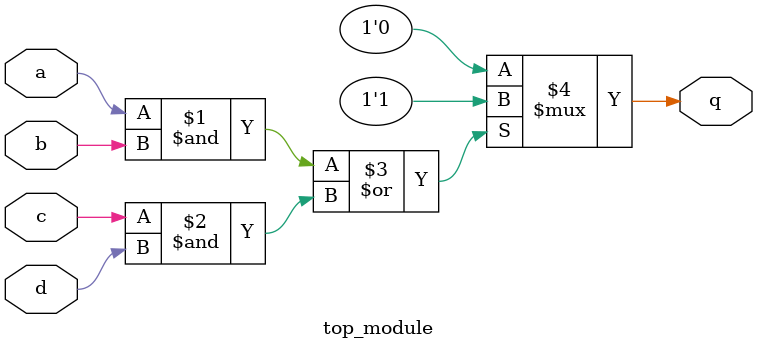
<source format=sv>
module top_module (
	input a, 
	input b, 
	input c, 
	input d,
	output q
);
	assign q = ((a & b) | (c & d)) ? 1'b1 : 1'b0;
endmodule

</source>
